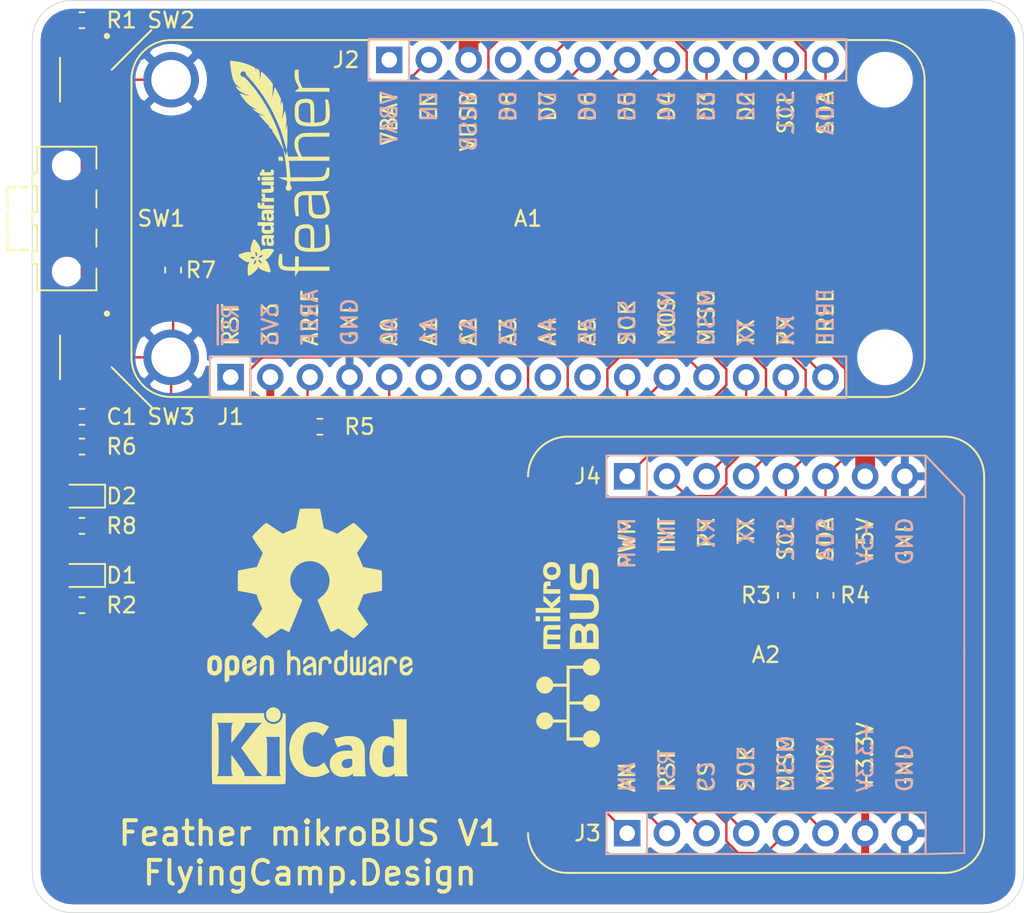
<source format=kicad_pcb>
(kicad_pcb (version 20171130) (host pcbnew "(5.1.5-0-10_14)")
  (layers (0 F.Cu signal) (31 B.Cu signal) (34 B.Paste user) (35 F.Paste user) (36 B.SilkS user) (37 F.SilkS user) (38 B.Mask user) (39 F.Mask user) (44 Edge.Cuts user))
  (net 0 "")
  (net 1 GND)
  (net 2 +3V3)
  (net 3 /SDA)
  (net 4 /SCL)
  (net 5 /FEATHER_RX)
  (net 6 /FEATHER_TX)
  (net 7 /MISO)
  (net 8 /MOSI)
  (net 9 /SCK)
  (net 10 +5V)
  (net 11 /FEATHER_EN)
  (net 12 /FEATHER_FREE)
  (net 13 /MIKROBUS_AN)
  (net 14 /FEATHER_AREF)
  (net 15 /CS)
  (net 16 /MIKROBUS_PWM)
  (net 17 /MIKROBUS_INT)
  (net 18 /~MIKROBUS_RST)
  (net 19 "Net-(R1-Pad2)")
  (net 20 /USER_SW)
  (net 21 /~USER_LED)
  (net 22 "Net-(D1-Pad2)")
  (net 23 "Net-(R7-Pad1)")
  (net 24 "Net-(D2-Pad2)")
  (module Flying_Camp_Design:OSHW-Logo2_14.6x12mm_SilkScreen (layer F.Cu) (at 157.48 124.46)
    (fp_text reference REF** hide)
    (fp_text value OSHW-Logo2_14.6x12mm_SilkScreen hide)
  )
  (module Flying_Camp_Design:KiCad-Logo_5mm_SilkScreen (layer F.Cu) (at 157.48 134.62)
    (fp_text reference REF** hide)
    (fp_text value KiCad-Logo_5mm_SilkScreen hide)
  )
  (module Flying_Camp_Design:mikroBUS_socket_empty (layer F.Cu) (at 186.69 128.27 90)
    (fp_text reference A2 (at 0 0 unlocked) (layer F.SilkS))
    (fp_text value mikroBUS_socket_empty hide)
  )
  (module Flying_Camp_Design:R_0603_1608Metric (layer F.Cu) (at 142.875 120.015 180)
    (fp_text reference R8 (at -2.54 0) (layer F.SilkS))
    (fp_text value RC0603JR-07330RL hide)
    (pad 2 smd roundrect (at 0.7875 0 180) (size 0.875 0.95) (layers F.Cu F.Paste F.Mask) (net 24 "Net-(D2-Pad2)"))
    (pad 1 smd roundrect (at -0.7875 0 180) (size 0.875 0.95) (layers F.Cu F.Paste F.Mask) (net 2 +3V3))
  )
  (module Flying_Camp_Design:LED_0603_1608Metric (layer F.Cu) (at 142.875 118.11 180)
    (fp_text reference D2 (at -2.54 0) (layer F.SilkS))
    (fp_text value LTST-C191KGKT hide)
    (pad 2 smd roundrect (at 0.7875 0 180) (size 0.875 0.95) (layers F.Cu F.Paste F.Mask) (net 24 "Net-(D2-Pad2)"))
    (pad 1 smd roundrect (at -0.7875 0 180) (size 0.875 0.95) (layers F.Cu F.Paste F.Mask) (net 1 GND))
  )
  (module Flying_Camp_Design:C_0603_1608Metric (layer F.Cu) (at 142.875 113.03)
    (fp_text reference C1 (at 2.54 0) (layer F.SilkS))
    (fp_text value GRM188R72A104KA35D hide)
    (pad 2 smd roundrect (at 0.7875 0) (size 0.875 0.95) (layers F.Cu F.Paste F.Mask) (net 1 GND))
    (pad 1 smd roundrect (at -0.7875 0) (size 0.875 0.95) (layers F.Cu F.Paste F.Mask) (net 20 /USER_SW))
  )
  (module Flying_Camp_Design:R_0603_1608Metric (layer F.Cu) (at 148.717 103.632 270)
    (fp_text reference R7 (at 0 -1.778 180) (layer F.SilkS))
    (fp_text value RC0603JR-07100RL hide)
    (pad 2 smd roundrect (at 0.7875 0 270) (size 0.875 0.95) (layers F.Cu F.Paste F.Mask) (net 1 GND))
    (pad 1 smd roundrect (at -0.7875 0 270) (size 0.875 0.95) (layers F.Cu F.Paste F.Mask) (net 23 "Net-(R7-Pad1)"))
  )
  (module Flying_Camp_Design:R_0603_1608Metric (layer F.Cu) (at 142.875 114.935 180)
    (fp_text reference R6 (at -2.54 0) (layer F.SilkS))
    (fp_text value RC0603JR-0710KL hide)
    (pad 2 smd roundrect (at 0.7875 0 180) (size 0.875 0.95) (layers F.Cu F.Paste F.Mask) (net 20 /USER_SW))
    (pad 1 smd roundrect (at -0.7875 0 180) (size 0.875 0.95) (layers F.Cu F.Paste F.Mask) (net 2 +3V3))
  )
  (module Flying_Camp_Design:R_0603_1608Metric (layer F.Cu) (at 142.875 125.095 180)
    (fp_text reference R2 (at -2.54 0) (layer F.SilkS))
    (fp_text value RC0603JR-07330RL hide)
    (pad 2 smd roundrect (at 0.7875 0 180) (size 0.875 0.95) (layers F.Cu F.Paste F.Mask) (net 22 "Net-(D1-Pad2)"))
    (pad 1 smd roundrect (at -0.7875 0 180) (size 0.875 0.95) (layers F.Cu F.Paste F.Mask) (net 2 +3V3))
  )
  (module Flying_Camp_Design:R_0603_1608Metric (layer F.Cu) (at 142.875 87.63)
    (fp_text reference R1 (at 2.54 0) (layer F.SilkS))
    (fp_text value RC0603JR-071KL hide)
    (pad 2 smd roundrect (at 0.7875 0) (size 0.875 0.95) (layers F.Cu F.Paste F.Mask) (net 19 "Net-(R1-Pad2)"))
    (pad 1 smd roundrect (at -0.7875 0) (size 0.875 0.95) (layers F.Cu F.Paste F.Mask) (net 2 +3V3))
  )
  (module Flying_Camp_Design:LED_0603_1608Metric (layer F.Cu) (at 142.875 123.19 180)
    (fp_text reference D1 (at -2.54 0) (layer F.SilkS))
    (fp_text value LTST-C191KGKT hide)
    (pad 2 smd roundrect (at 0.7875 0 180) (size 0.875 0.95) (layers F.Cu F.Paste F.Mask) (net 22 "Net-(D1-Pad2)"))
    (pad 1 smd roundrect (at -0.7875 0 180) (size 0.875 0.95) (layers F.Cu F.Paste F.Mask) (net 21 /~USER_LED))
  )
  (module Flying_Camp_Design:Adafruit_Feather_socket_empty (layer F.Cu) (at 171.45 100.33)
    (fp_text reference A1 (at 0 0 unlocked) (layer F.SilkS))
    (fp_text value Adafruit_Feather_socket_empty hide)
  )
  (module Flying_Camp_Design:KMR421GULCLFS (layer F.Cu) (at 142.875 109.22 270)
    (fp_text reference SW3 (at 3.81 -5.715 180) (layer F.SilkS))
    (fp_text value KMR421GULCLFS hide)
    (pad 4 smd rect (at 2.05 -0.8 270) (size 0.9 1) (layers F.Cu F.Paste F.Mask) (net 1 GND))
    (pad 3 smd rect (at 2.05 0.8 270) (size 0.9 1) (layers F.Cu F.Paste F.Mask) (net 20 /USER_SW))
    (pad 2 smd rect (at -2.05 0.8 270) (size 0.9 1) (layers F.Cu F.Paste F.Mask) (net 20 /USER_SW))
    (pad 1 smd rect (at -2.05 -0.8 270) (size 0.9 1) (layers F.Cu F.Paste F.Mask) (net 1 GND))
    (pad 5 smd rect (at 0 -1.425 270) (size 1.7 0.55) (layers F.Cu F.Paste F.Mask) (net 1 GND))
  )
  (module Flying_Camp_Design:KMR421GULCLFS (layer F.Cu) (at 142.875 91.44 270)
    (fp_text reference SW2 (at -3.81 -5.715 180) (layer F.SilkS))
    (fp_text value KMR421GULCLFS hide)
    (pad 4 smd rect (at 2.05 -0.8 270) (size 0.9 1) (layers F.Cu F.Paste F.Mask) (net 19 "Net-(R1-Pad2)"))
    (pad 3 smd rect (at 2.05 0.8 270) (size 0.9 1) (layers F.Cu F.Paste F.Mask) (net 12 /FEATHER_FREE))
    (pad 2 smd rect (at -2.05 0.8 270) (size 0.9 1) (layers F.Cu F.Paste F.Mask) (net 12 /FEATHER_FREE))
    (pad 1 smd rect (at -2.05 -0.8 270) (size 0.9 1) (layers F.Cu F.Paste F.Mask) (net 19 "Net-(R1-Pad2)"))
    (pad 5 smd rect (at 0 -1.425 270) (size 1.7 0.55) (layers F.Cu F.Paste F.Mask) (net 1 GND))
  )
  (module Flying_Camp_Design:R_0603_1608Metric (layer F.Cu) (at 158.115 113.665 180)
    (fp_text reference R5 (at -2.54 0) (layer F.SilkS))
    (fp_text value RC0603JR-070RL hide)
    (pad 2 smd roundrect (at 0.7875 0 180) (size 0.875 0.95) (layers F.Cu F.Paste F.Mask) (net 14 /FEATHER_AREF))
    (pad 1 smd roundrect (at -0.7875 0 180) (size 0.875 0.95) (layers F.Cu F.Paste F.Mask) (net 2 +3V3))
  )
  (module Flying_Camp_Design:Adafruit_Feather_logo (layer F.Cu) (at 155.575 97.155 90)
    (fp_text reference LOGO3 hide)
    (fp_text value Adafruit_Feather_logo hide)
  )
  (module Flying_Camp_Design:Fiducial_1mm_Mask2mm (layer F.Cu) (at 142.24 142.24)
    (fp_text reference FID3 hide)
    (fp_text value Fiducial_1mm_Mask2mm hide)
    (pad "" smd circle (at 0 0) (size 1 1) (layers F.Cu F.Mask) (clearance 0.5))
  )
  (module Flying_Camp_Design:Fiducial_1mm_Mask2mm (layer F.Cu) (at 200.66 142.24)
    (fp_text reference FID2 hide)
    (fp_text value Fiducial_1mm_Mask2mm hide)
    (pad "" smd circle (at 0 0) (size 1 1) (layers F.Cu F.Mask) (clearance 0.5))
  )
  (module Flying_Camp_Design:Fiducial_1mm_Mask2mm (layer F.Cu) (at 200.66 88.9)
    (fp_text reference FID1 hide)
    (fp_text value Fiducial_1mm_Mask2mm hide)
    (pad "" smd circle (at 0 0) (size 1 1) (layers F.Cu F.Mask) (clearance 0.5))
  )
  (module Flying_Camp_Design:mikroBUS-Logo_11.9x4.1mm_SilkScreen (layer F.Cu) (at 186.69 128.27 90)
    (fp_text reference LOGO1 hide)
    (fp_text value mikroBUS_logo hide)
  )
  (module Flying_Camp_Design:R_0603_1608Metric (layer F.Cu) (at 190.5 124.46 90)
    (fp_text reference R4 (at 0 1.905 180) (layer F.SilkS))
    (fp_text value RC0603JR-074K7L hide)
    (pad 2 smd roundrect (at 0.7875 0 90) (size 0.875 0.95) (layers F.Cu F.Paste F.Mask) (net 3 /SDA))
    (pad 1 smd roundrect (at -0.7875 0 90) (size 0.875 0.95) (layers F.Cu F.Paste F.Mask) (net 2 +3V3))
  )
  (module Flying_Camp_Design:R_0603_1608Metric (layer F.Cu) (at 187.96 124.46 90)
    (fp_text reference R3 (at 0 -1.905 180) (layer F.SilkS))
    (fp_text value RC0603JR-074K7L hide)
    (pad 2 smd roundrect (at 0.7875 0 90) (size 0.875 0.95) (layers F.Cu F.Paste F.Mask) (net 4 /SCL))
    (pad 1 smd roundrect (at -0.7875 0 90) (size 0.875 0.95) (layers F.Cu F.Paste F.Mask) (net 2 +3V3))
  )
  (module Flying_Camp_Design:Adafruit_Feather_socket_header_left_pth (layer F.Cu) (at 171.45 100.33 90)
    (fp_text reference J1 (at -12.7 -19.05 unlocked) (layer F.SilkS))
    (fp_text value PinSocket_1x16_P2.54mm_Vertical hide)
    (fp_text user FREE (at -8.255 19.05 90 unlocked) (layer B.SilkS) (effects (justify right mirror)))
    (fp_text user RX (at -8.255 16.51 90 unlocked) (layer B.SilkS) (effects (justify right mirror)))
    (fp_text user TX (at -8.255 13.97 90 unlocked) (layer B.SilkS) (effects (justify right mirror)))
    (fp_text user MISO (at -8.255 11.43 90 unlocked) (layer B.SilkS) (effects (justify right mirror)))
    (fp_text user MOSI (at -8.255 8.89 90 unlocked) (layer B.SilkS) (effects (justify right mirror)))
    (fp_text user SCK (at -8.255 6.35 90 unlocked) (layer B.SilkS) (effects (justify right mirror)))
    (fp_text user A5 (at -8.255 3.81 90 unlocked) (layer B.SilkS) (effects (justify right mirror)))
    (fp_text user A4 (at -8.255 1.27 90 unlocked) (layer B.SilkS) (effects (justify right mirror)))
    (fp_text user A3 (at -8.255 -1.27 90 unlocked) (layer B.SilkS) (effects (justify right mirror)))
    (fp_text user A2 (at -8.255 -3.81 90 unlocked) (layer B.SilkS) (effects (justify right mirror)))
    (fp_text user A1 (at -8.255 -6.35 90 unlocked) (layer B.SilkS) (effects (justify right mirror)))
    (fp_text user A0 (at -8.255 -8.89 90 unlocked) (layer B.SilkS) (effects (justify right mirror)))
    (fp_text user GND (at -8.255 -11.43 90 unlocked) (layer B.SilkS) (effects (justify right mirror)))
    (fp_text user AREF (at -8.255 -13.97 90 unlocked) (layer B.SilkS) (effects (justify right mirror)))
    (fp_text user 3V3 (at -8.255 -16.51 90 unlocked) (layer B.SilkS) (effects (justify right mirror)))
    (fp_text user ~RST (at -8.255 -19.05 90 unlocked) (layer B.SilkS) (effects (justify right mirror)))
    (fp_text user SCK (at -8.255 6.35 90 unlocked) (layer F.SilkS) (effects (justify left)))
    (fp_text user A5 (at -8.255 3.81 90 unlocked) (layer F.SilkS) (effects (justify left)))
    (fp_text user FREE (at -8.255 19.05 90 unlocked) (layer F.SilkS) (effects (justify left)))
    (fp_text user TX (at -8.255 13.97 90 unlocked) (layer F.SilkS) (effects (justify left)))
    (fp_text user MISO (at -8.255 11.43 90 unlocked) (layer F.SilkS) (effects (justify left)))
    (fp_text user RX (at -8.255 16.51 90 unlocked) (layer F.SilkS) (effects (justify left)))
    (fp_text user MOSI (at -8.255 8.89 90 unlocked) (layer F.SilkS) (effects (justify left)))
    (fp_text user AREF (at -8.255 -13.97 90 unlocked) (layer F.SilkS) (effects (justify left)))
    (fp_text user A3 (at -8.255 -1.27 90 unlocked) (layer F.SilkS) (effects (justify left)))
    (fp_text user GND (at -8.255 -11.43 90 unlocked) (layer F.SilkS) (effects (justify left)))
    (fp_text user A0 (at -8.255 -8.89 90 unlocked) (layer F.SilkS) (effects (justify left)))
    (fp_text user A4 (at -8.255 1.27 90 unlocked) (layer F.SilkS) (effects (justify left)))
    (fp_text user 3V3 (at -8.255 -16.51 90 unlocked) (layer F.SilkS) (effects (justify left)))
    (fp_text user ~RST (at -8.255 -19.05 90 unlocked) (layer F.SilkS) (effects (justify left)))
    (fp_text user A1 (at -8.255 -6.35 90 unlocked) (layer F.SilkS) (effects (justify left)))
    (fp_text user A2 (at -8.255 -3.81 90 unlocked) (layer F.SilkS) (effects (justify left)))
    (pad FREE thru_hole oval (at -10.16 19.05 90) (size 1.7 1.7) (drill 1) (layers *.Cu *.Mask) (net 12 /FEATHER_FREE))
    (pad RX thru_hole oval (at -10.16 16.51 90) (size 1.7 1.7) (drill 1) (layers *.Cu *.Mask) (net 5 /FEATHER_RX))
    (pad TX thru_hole oval (at -10.16 13.97 90) (size 1.7 1.7) (drill 1) (layers *.Cu *.Mask) (net 6 /FEATHER_TX))
    (pad MISO thru_hole oval (at -10.16 11.43 90) (size 1.7 1.7) (drill 1) (layers *.Cu *.Mask) (net 7 /MISO))
    (pad MOSI thru_hole oval (at -10.16 8.89 90) (size 1.7 1.7) (drill 1) (layers *.Cu *.Mask) (net 8 /MOSI))
    (pad SCK thru_hole oval (at -10.16 6.35 90) (size 1.7 1.7) (drill 1) (layers *.Cu *.Mask) (net 9 /SCK))
    (pad A5 thru_hole oval (at -10.16 3.81 90) (size 1.7 1.7) (drill 1) (layers *.Cu *.Mask))
    (pad A4 thru_hole oval (at -10.16 1.27 90) (size 1.7 1.7) (drill 1) (layers *.Cu *.Mask))
    (pad A3 thru_hole oval (at -10.16 -1.27 90) (size 1.7 1.7) (drill 1) (layers *.Cu *.Mask))
    (pad A2 thru_hole oval (at -10.16 -3.81 90) (size 1.7 1.7) (drill 1) (layers *.Cu *.Mask))
    (pad A1 thru_hole oval (at -10.16 -6.35 90) (size 1.7 1.7) (drill 1) (layers *.Cu *.Mask))
    (pad A0 thru_hole oval (at -10.16 -8.89 90) (size 1.7 1.7) (drill 1) (layers *.Cu *.Mask) (net 13 /MIKROBUS_AN))
    (pad GND thru_hole oval (at -10.16 -11.43 90) (size 1.7 1.7) (drill 1) (layers *.Cu *.Mask) (net 1 GND))
    (pad AREF thru_hole oval (at -10.16 -13.97 90) (size 1.7 1.7) (drill 1) (layers *.Cu *.Mask) (net 14 /FEATHER_AREF))
    (pad 3V3 thru_hole oval (at -10.16 -16.51 90) (size 1.7 1.7) (drill 1) (layers *.Cu *.Mask) (net 2 +3V3))
    (pad ~RST thru_hole rect (at -10.16 -19.05 90) (size 1.7 1.7) (drill 1) (layers *.Cu *.Mask))
  )
  (module Flying_Camp_Design:Adafruit_Feather_socket_header_right_pth (layer F.Cu) (at 171.45 100.33 90)
    (fp_text reference J2 (at 10.16 -11.66 unlocked) (layer F.SilkS))
    (fp_text value PinSocket_1x12_P2.54mm_Vertical hide)
    (fp_text user SDA (at 8.255 19.05 90 unlocked) (layer B.SilkS) (effects (justify left mirror)))
    (fp_text user SCL (at 8.255 16.51 90 unlocked) (layer B.SilkS) (effects (justify left mirror)))
    (fp_text user D2 (at 8.255 13.97 90 unlocked) (layer B.SilkS) (effects (justify left mirror)))
    (fp_text user D3 (at 8.255 11.43 90 unlocked) (layer B.SilkS) (effects (justify left mirror)))
    (fp_text user D4 (at 8.255 8.89 90 unlocked) (layer B.SilkS) (effects (justify left mirror)))
    (fp_text user D5 (at 8.255 6.35 90 unlocked) (layer B.SilkS) (effects (justify left mirror)))
    (fp_text user D6 (at 8.255 3.81 90 unlocked) (layer B.SilkS) (effects (justify left mirror)))
    (fp_text user D7 (at 8.255 1.27 90 unlocked) (layer B.SilkS) (effects (justify left mirror)))
    (fp_text user D8 (at 8.255 -1.27 90 unlocked) (layer B.SilkS) (effects (justify left mirror)))
    (fp_text user VUSB (at 8.255 -3.81 90 unlocked) (layer B.SilkS) (effects (justify left mirror)))
    (fp_text user EN (at 8.255 -6.35 90 unlocked) (layer B.SilkS) (effects (justify left mirror)))
    (fp_text user VBAT (at 8.255 -8.89 90 unlocked) (layer B.SilkS) (effects (justify left mirror)))
    (fp_text user D3 (at 8.255 11.43 90 unlocked) (layer F.SilkS) (effects (justify right)))
    (fp_text user D2 (at 8.255 13.97 90 unlocked) (layer F.SilkS) (effects (justify right)))
    (fp_text user D4 (at 8.255 8.89 90 unlocked) (layer F.SilkS) (effects (justify right)))
    (fp_text user SDA (at 8.255 19.05 90 unlocked) (layer F.SilkS) (effects (justify right)))
    (fp_text user EN (at 8.255 -6.35 90 unlocked) (layer F.SilkS) (effects (justify right)))
    (fp_text user D5 (at 8.255 6.35 90 unlocked) (layer F.SilkS) (effects (justify right)))
    (fp_text user D7 (at 8.255 1.27 90 unlocked) (layer F.SilkS) (effects (justify right)))
    (fp_text user SCL (at 8.255 16.51 90 unlocked) (layer F.SilkS) (effects (justify right)))
    (fp_text user D6 (at 8.255 3.81 90 unlocked) (layer F.SilkS) (effects (justify right)))
    (fp_text user VUSB (at 8.255 -3.81 90 unlocked) (layer F.SilkS) (effects (justify right)))
    (fp_text user D8 (at 8.255 -1.27 90 unlocked) (layer F.SilkS) (effects (justify right)))
    (fp_text user VBAT (at 8.255 -8.89 90 unlocked) (layer F.SilkS) (effects (justify right)))
    (pad SDA thru_hole oval (at 10.16 19.05 90) (size 1.7 1.7) (drill 1) (layers *.Cu *.Mask) (net 3 /SDA))
    (pad SCL thru_hole oval (at 10.16 16.51 90) (size 1.7 1.7) (drill 1) (layers *.Cu *.Mask) (net 4 /SCL))
    (pad D2 thru_hole oval (at 10.16 13.97 90) (size 1.7 1.7) (drill 1) (layers *.Cu *.Mask) (net 17 /MIKROBUS_INT))
    (pad D3 thru_hole oval (at 10.16 11.43 90) (size 1.7 1.7) (drill 1) (layers *.Cu *.Mask) (net 16 /MIKROBUS_PWM))
    (pad D4 thru_hole oval (at 10.16 8.89 90) (size 1.7 1.7) (drill 1) (layers *.Cu *.Mask) (net 18 /~MIKROBUS_RST))
    (pad D5 thru_hole oval (at 10.16 6.35 90) (size 1.7 1.7) (drill 1) (layers *.Cu *.Mask) (net 21 /~USER_LED))
    (pad D6 thru_hole oval (at 10.16 3.81 90) (size 1.7 1.7) (drill 1) (layers *.Cu *.Mask) (net 20 /USER_SW))
    (pad D7 thru_hole oval (at 10.16 1.27 90) (size 1.7 1.7) (drill 1) (layers *.Cu *.Mask) (net 15 /CS))
    (pad D8 thru_hole oval (at 10.16 -1.27 90) (size 1.7 1.7) (drill 1) (layers *.Cu *.Mask))
    (pad VUSB thru_hole oval (at 10.16 -3.81 90) (size 1.7 1.7) (drill 1) (layers *.Cu *.Mask) (net 10 +5V))
    (pad EN thru_hole oval (at 10.16 -6.35 90) (size 1.7 1.7) (drill 1) (layers *.Cu *.Mask) (net 11 /FEATHER_EN))
    (pad VBAT thru_hole rect (at 10.16 -8.89 90) (size 1.7 1.7) (drill 1) (layers *.Cu *.Mask))
  )
  (module Flying_Camp_Design:JS102011SAQN (layer F.Cu) (at 141.90472 100.33 270)
    (fp_text reference SW1 (at 0 -6.05028 180) (layer F.SilkS))
    (fp_text value JS102011SAQN hide)
    (pad "" np_thru_hole circle (at 3.4 0 270) (size 0.9 0.9) (drill 0.9) (layers *.Cu *.Mask))
    (pad "" np_thru_hole circle (at -3.4 0 270) (size 0.9 0.9) (drill 0.9) (layers *.Cu *.Mask))
    (pad 3 smd rect (at 2.5 -2.75 270) (size 1.25 2.5) (layers F.Cu F.Paste F.Mask) (net 23 "Net-(R7-Pad1)"))
    (pad 2 smd rect (at 0 -2.75 270) (size 1.25 2.5) (layers F.Cu F.Paste F.Mask) (net 11 /FEATHER_EN))
    (pad 1 smd rect (at -2.5 -2.75 270) (size 1.25 2.5) (layers F.Cu F.Paste F.Mask))
  )
  (module Flying_Camp_Design:mikroBUS_socket_header_right_pth (layer F.Cu) (at 186.69 128.27 90)
    (fp_text reference J4 (at 11.43 -11.43 unlocked) (layer F.SilkS))
    (fp_text value mikroBUS_socket_header_right_pth hide)
    (fp_text user GND (at 8.89 8.89 90 unlocked) (layer B.SilkS) (effects (justify left mirror)))
    (fp_text user +5V (at 8.89 6.35 90 unlocked) (layer B.SilkS) (effects (justify left mirror)))
    (fp_text user SDA (at 8.89 3.81 90 unlocked) (layer B.SilkS) (effects (justify left mirror)))
    (fp_text user SCL (at 8.89 1.27 90 unlocked) (layer B.SilkS) (effects (justify left mirror)))
    (fp_text user TX (at 8.89 -1.27 90 unlocked) (layer B.SilkS) (effects (justify left mirror)))
    (fp_text user RX (at 8.89 -3.81 90 unlocked) (layer B.SilkS) (effects (justify left mirror)))
    (fp_text user INT (at 8.89 -6.35 90 unlocked) (layer B.SilkS) (effects (justify left mirror)))
    (fp_text user PWM (at 8.89 -8.89 90 unlocked) (layer B.SilkS) (effects (justify left mirror)))
    (fp_text user GND (at 8.89 8.89 90 unlocked) (layer F.SilkS) (effects (justify right)))
    (fp_text user +5V (at 8.89 6.35 90 unlocked) (layer F.SilkS) (effects (justify right)))
    (fp_text user SDA (at 8.89 3.81 90 unlocked) (layer F.SilkS) (effects (justify right)))
    (fp_text user SCL (at 8.89 1.27 90 unlocked) (layer F.SilkS) (effects (justify right)))
    (fp_text user TX (at 8.89 -1.27 90 unlocked) (layer F.SilkS) (effects (justify right)))
    (fp_text user RX (at 8.89 -3.81 90 unlocked) (layer F.SilkS) (effects (justify right)))
    (fp_text user INT (at 8.89 -6.35 90 unlocked) (layer F.SilkS) (effects (justify right)))
    (fp_text user PWM (at 8.89 -8.89 90 unlocked) (layer F.SilkS) (effects (justify right)))
    (pad GND thru_hole oval (at 11.43 8.89 90) (size 1.7 1.7) (drill 1) (layers *.Cu *.Mask) (net 1 GND))
    (pad +5V thru_hole oval (at 11.43 6.35 90) (size 1.7 1.7) (drill 1) (layers *.Cu *.Mask) (net 10 +5V))
    (pad SDA thru_hole oval (at 11.43 3.81 90) (size 1.7 1.7) (drill 1) (layers *.Cu *.Mask) (net 3 /SDA))
    (pad SCL thru_hole oval (at 11.43 1.27 90) (size 1.7 1.7) (drill 1) (layers *.Cu *.Mask) (net 4 /SCL))
    (pad TX thru_hole oval (at 11.43 -1.27 90) (size 1.7 1.7) (drill 1) (layers *.Cu *.Mask) (net 5 /FEATHER_RX))
    (pad RX thru_hole oval (at 11.43 -3.81 90) (size 1.7 1.7) (drill 1) (layers *.Cu *.Mask) (net 6 /FEATHER_TX))
    (pad INT thru_hole oval (at 11.43 -6.35 90) (size 1.7 1.7) (drill 1) (layers *.Cu *.Mask) (net 17 /MIKROBUS_INT))
    (pad PWM thru_hole rect (at 11.43 -8.89 90) (size 1.7 1.7) (drill 1) (layers *.Cu *.Mask) (net 16 /MIKROBUS_PWM))
  )
  (module Flying_Camp_Design:mikroBUS_socket_header_left_pth (layer F.Cu) (at 186.69 128.27 90)
    (fp_text reference J3 (at -11.43 -11.43 unlocked) (layer F.SilkS))
    (fp_text value mikroBUS_socket_header_left_pth hide)
    (fp_text user GND (at -8.89 8.89 90 unlocked) (layer B.SilkS) (effects (justify right mirror)))
    (fp_text user +3.3V (at -8.89 6.35 90 unlocked) (layer B.SilkS) (effects (justify right mirror)))
    (fp_text user MOSI (at -8.89 3.81 90 unlocked) (layer B.SilkS) (effects (justify right mirror)))
    (fp_text user MISO (at -8.89 1.27 90 unlocked) (layer B.SilkS) (effects (justify right mirror)))
    (fp_text user SCK (at -8.89 -1.27 90 unlocked) (layer B.SilkS) (effects (justify right mirror)))
    (fp_text user CS (at -8.89 -3.81 90 unlocked) (layer B.SilkS) (effects (justify right mirror)))
    (fp_text user RST (at -8.89 -6.35 90 unlocked) (layer B.SilkS) (effects (justify right mirror)))
    (fp_text user AN (at -8.89 -8.89 90 unlocked) (layer B.SilkS) (effects (justify right mirror)))
    (fp_text user GND (at -8.89 8.89 90 unlocked) (layer F.SilkS) (effects (justify left)))
    (fp_text user +3.3V (at -8.89 6.35 90 unlocked) (layer F.SilkS) (effects (justify left)))
    (fp_text user MOSI (at -8.89 3.81 90 unlocked) (layer F.SilkS) (effects (justify left)))
    (fp_text user MISO (at -8.89 1.27 90 unlocked) (layer F.SilkS) (effects (justify left)))
    (fp_text user SCK (at -8.89 -1.27 90 unlocked) (layer F.SilkS) (effects (justify left)))
    (fp_text user CS (at -8.89 -3.81 90 unlocked) (layer F.SilkS) (effects (justify left)))
    (fp_text user RST (at -8.89 -6.35 90 unlocked) (layer F.SilkS) (effects (justify left)))
    (fp_text user AN (at -8.89 -8.89 90 unlocked) (layer F.SilkS) (effects (justify left)))
    (pad GND thru_hole oval (at -11.43 8.89 90) (size 1.7 1.7) (drill 1) (layers *.Cu *.Mask) (net 1 GND))
    (pad +3.3V thru_hole oval (at -11.43 6.35 90) (size 1.7 1.7) (drill 1) (layers *.Cu *.Mask) (net 2 +3V3))
    (pad MOSI thru_hole oval (at -11.43 3.81 90) (size 1.7 1.7) (drill 1) (layers *.Cu *.Mask) (net 8 /MOSI))
    (pad MISO thru_hole oval (at -11.43 1.27 90) (size 1.7 1.7) (drill 1) (layers *.Cu *.Mask) (net 7 /MISO))
    (pad SCK thru_hole oval (at -11.43 -1.27 90) (size 1.7 1.7) (drill 1) (layers *.Cu *.Mask) (net 9 /SCK))
    (pad CS thru_hole oval (at -11.43 -3.81 90) (size 1.7 1.7) (drill 1) (layers *.Cu *.Mask) (net 15 /CS))
    (pad RST thru_hole oval (at -11.43 -6.35 90) (size 1.7 1.7) (drill 1) (layers *.Cu *.Mask) (net 18 /~MIKROBUS_RST))
    (pad AN thru_hole rect (at -11.43 -8.89 90) (size 1.7 1.7) (drill 1) (layers *.Cu *.Mask) (net 13 /MIKROBUS_AN))
  )
  (module Flying_Camp_Design:Adafruit_Feather_socket_mounting_holes (layer F.Cu) (at 171.45 100.33)
    (fp_text reference MH1 hide)
    (fp_text value Adafruit_Feather_socket_mounting_holes hide)
    (pad MH1 thru_hole circle (at -22.86 8.89) (size 3.556 3.556) (drill 2.54) (layers *.Cu *.Mask) (net 1 GND))
    (pad MH2 thru_hole circle (at -22.86 -8.89) (size 3.556 3.556) (drill 2.54) (layers *.Cu *.Mask) (net 1 GND))
    (pad "" np_thru_hole circle (at 22.86 -8.89) (size 2.54 2.54) (drill 2.54) (layers *.Cu *.Mask))
    (pad "" np_thru_hole circle (at 22.86 8.89) (size 2.54 2.54) (drill 2.54) (layers *.Cu *.Mask))
  )
  (gr_text "Feather mikroBUS V1" (at 157.48 139.7) (layer F.SilkS) (effects (font (size 1.524 1.524) (thickness 0.254))))
  (gr_text FlyingCamp.Design (at 157.48 142.24) (layer F.SilkS) (effects (font (size 1.524 1.524) (thickness 0.254))))
  (gr_line (start 147.32 112.395) (end 144.78 109.855) (layer F.SilkS) (width 0.127))
  (gr_line (start 147.32 88.265) (end 144.78 90.805) (layer F.SilkS) (width 0.127))
  (gr_arc (start 142.24 88.9) (end 142.24 86.36) (angle -90) (layer Edge.Cuts) (width 0.0508))
  (gr_arc (start 142.24 142.24) (end 139.7 142.24) (angle -90) (layer Edge.Cuts) (width 0.0508))
  (gr_arc (start 200.66 142.24) (end 200.66 144.78) (angle -90) (layer Edge.Cuts) (width 0.0508))
  (gr_arc (start 200.66 88.9) (end 203.2 88.9) (angle -90) (layer Edge.Cuts) (width 0.0508))
  (gr_line (start 200.66 86.36) (end 142.24 86.36) (layer Edge.Cuts) (width 0.05))
  (gr_line (start 203.2 142.24) (end 203.2 88.9) (layer Edge.Cuts) (width 0.05))
  (gr_line (start 142.24 144.78) (end 200.66 144.78) (layer Edge.Cuts) (width 0.05))
  (gr_line (start 139.7 88.9) (end 139.7 142.24) (layer Edge.Cuts) (width 0.05))
  (segment (start 144.3 91.44) (end 148.59 91.44) (width 0.1524) (layer F.Cu) (net 1))
  (segment (start 148.7425 109.0675) (end 148.59 109.22) (width 0.1524) (layer F.Cu) (net 1))
  (segment (start 144.3 109.22) (end 148.59 109.22) (width 0.1524) (layer F.Cu) (net 1))
  (segment (start 145.415 118.11) (end 148.59 114.935) (width 0.1524) (layer F.Cu) (net 1))
  (segment (start 148.59 111.734471) (end 148.59 109.22) (width 0.1524) (layer F.Cu) (net 1))
  (segment (start 148.59 114.935) (end 148.59 111.734471) (width 0.1524) (layer F.Cu) (net 1))
  (segment (start 143.6625 118.11) (end 145.415 118.11) (width 0.1524) (layer F.Cu) (net 1))
  (segment (start 143.6625 111.2825) (end 143.675 111.27) (width 0.1524) (layer F.Cu) (net 1))
  (segment (start 143.6625 113.03) (end 143.6625 111.2825) (width 0.1524) (layer F.Cu) (net 1))
  (segment (start 148.717 109.093) (end 148.59 109.22) (width 0.1524) (layer F.Cu) (net 1))
  (segment (start 148.717 104.4195) (end 148.717 109.093) (width 0.1524) (layer F.Cu) (net 1))
  (segment (start 143.746 111.27) (end 143.675 111.27) (width 0.1524) (layer F.Cu) (net 1))
  (segment (start 144.3 110.716) (end 143.746 111.27) (width 0.1524) (layer F.Cu) (net 1))
  (segment (start 144.3 109.22) (end 144.3 110.716) (width 0.1524) (layer F.Cu) (net 1))
  (segment (start 143.774 107.17) (end 143.675 107.17) (width 0.1524) (layer F.Cu) (net 1))
  (segment (start 144.3 107.696) (end 143.774 107.17) (width 0.1524) (layer F.Cu) (net 1))
  (segment (start 144.3 109.22) (end 144.3 107.696) (width 0.1524) (layer F.Cu) (net 1))
  (segment (start 190.5 116.84) (end 190.5 123.6725) (width 0.1524) (layer F.Cu) (net 3))
  (segment (start 191.77 115.57) (end 190.5 116.84) (width 0.1524) (layer F.Cu) (net 3))
  (segment (start 191.77 109.982) (end 191.77 115.57) (width 0.1524) (layer F.Cu) (net 3))
  (segment (start 190.5 108.712) (end 191.77 109.982) (width 0.1524) (layer F.Cu) (net 3))
  (segment (start 190.5 90.17) (end 190.5 108.712) (width 0.1524) (layer F.Cu) (net 3))
  (segment (start 187.96 116.84) (end 187.96 123.6725) (width 0.1524) (layer F.Cu) (net 4))
  (segment (start 189.23 115.57) (end 187.96 116.84) (width 0.1524) (layer F.Cu) (net 4))
  (segment (start 189.23 110.0455) (end 189.23 115.57) (width 0.1524) (layer F.Cu) (net 4))
  (segment (start 187.96 108.7755) (end 189.23 110.0455) (width 0.1524) (layer F.Cu) (net 4))
  (segment (start 187.96 90.17) (end 187.96 108.7755) (width 0.1524) (layer F.Cu) (net 4))
  (segment (start 187.96 114.3) (end 187.96 110.49) (width 0.1524) (layer F.Cu) (net 5))
  (segment (start 185.42 116.84) (end 187.96 114.3) (width 0.1524) (layer F.Cu) (net 5))
  (segment (start 185.42 114.3) (end 185.42 110.49) (width 0.1524) (layer F.Cu) (net 6))
  (segment (start 182.88 116.84) (end 185.42 114.3) (width 0.1524) (layer F.Cu) (net 6))
  (segment (start 181.61 109.22) (end 182.88 110.49) (width 0.1524) (layer F.Cu) (net 7))
  (segment (start 176.53 112.395) (end 176.53 109.982) (width 0.1524) (layer F.Cu) (net 7))
  (segment (start 174.625 114.3) (end 176.53 112.395) (width 0.1524) (layer F.Cu) (net 7))
  (segment (start 174.625 129.54) (end 174.625 114.3) (width 0.1524) (layer F.Cu) (net 7))
  (segment (start 184.15 139.065) (end 174.625 129.54) (width 0.1524) (layer F.Cu) (net 7))
  (segment (start 177.292 109.22) (end 181.61 109.22) (width 0.1524) (layer F.Cu) (net 7))
  (segment (start 184.15 140.208) (end 184.15 139.065) (width 0.1524) (layer F.Cu) (net 7))
  (segment (start 184.912 140.97) (end 184.15 140.208) (width 0.1524) (layer F.Cu) (net 7))
  (segment (start 186.69 140.97) (end 184.912 140.97) (width 0.1524) (layer F.Cu) (net 7))
  (segment (start 176.53 109.982) (end 177.292 109.22) (width 0.1524) (layer F.Cu) (net 7))
  (segment (start 187.96 139.7) (end 186.69 140.97) (width 0.1524) (layer F.Cu) (net 7))
  (segment (start 175.895 114.935) (end 180.34 110.49) (width 0.1524) (layer F.Cu) (net 8))
  (segment (start 175.895 125.095) (end 175.895 114.935) (width 0.1524) (layer F.Cu) (net 8))
  (segment (start 190.5 139.7) (end 175.895 125.095) (width 0.1524) (layer F.Cu) (net 8))
  (segment (start 177.8 112.141) (end 177.8 110.49) (width 0.1524) (layer F.Cu) (net 9))
  (segment (start 175.26 129.54) (end 175.26 114.681) (width 0.1524) (layer F.Cu) (net 9))
  (segment (start 175.26 114.681) (end 177.8 112.141) (width 0.1524) (layer F.Cu) (net 9))
  (segment (start 185.42 139.7) (end 175.26 129.54) (width 0.1524) (layer F.Cu) (net 9))
  (segment (start 193.04 114.935) (end 193.04 116.84) (width 1.27) (layer F.Cu) (net 10))
  (segment (start 194.945 113.03) (end 193.04 114.935) (width 1.27) (layer F.Cu) (net 10))
  (segment (start 198.755 113.03) (end 194.945 113.03) (width 1.27) (layer F.Cu) (net 10))
  (segment (start 168.91 87.63) (end 196.215 87.63) (width 1.27) (layer F.Cu) (net 10))
  (segment (start 201.295 92.71) (end 201.295 110.49) (width 1.27) (layer F.Cu) (net 10))
  (segment (start 167.64 90.17) (end 167.64 88.9) (width 1.27) (layer F.Cu) (net 10))
  (segment (start 196.215 87.63) (end 201.295 92.71) (width 1.27) (layer F.Cu) (net 10))
  (segment (start 201.295 110.49) (end 198.755 113.03) (width 1.27) (layer F.Cu) (net 10))
  (segment (start 167.64 88.9) (end 168.91 87.63) (width 1.27) (layer F.Cu) (net 10))
  (segment (start 154.94 100.33) (end 165.1 90.17) (width 0.1524) (layer F.Cu) (net 11))
  (segment (start 144.65472 100.33) (end 154.94 100.33) (width 0.1524) (layer F.Cu) (net 11))
  (segment (start 142.075 89.39) (end 142.075 93.49) (width 0.1524) (layer F.Cu) (net 12))
  (segment (start 168.91 89.535) (end 168.91 91.44) (width 0.1524) (layer F.Cu) (net 12))
  (segment (start 142.875 95.25) (end 142.075 94.45) (width 0.1524) (layer F.Cu) (net 12))
  (segment (start 142.875 100.965) (end 142.875 95.25) (width 0.1524) (layer F.Cu) (net 12))
  (segment (start 188.087 88.519) (end 169.926 88.519) (width 0.1524) (layer F.Cu) (net 12))
  (segment (start 143.256 101.346) (end 142.875 100.965) (width 0.1524) (layer F.Cu) (net 12))
  (segment (start 168.91 91.44) (end 159.004 101.346) (width 0.1524) (layer F.Cu) (net 12))
  (segment (start 169.926 88.519) (end 168.91 89.535) (width 0.1524) (layer F.Cu) (net 12))
  (segment (start 189.23 109.22) (end 189.23 89.662) (width 0.1524) (layer F.Cu) (net 12))
  (segment (start 159.004 101.346) (end 143.256 101.346) (width 0.1524) (layer F.Cu) (net 12))
  (segment (start 142.075 94.45) (end 142.075 93.49) (width 0.1524) (layer F.Cu) (net 12))
  (segment (start 189.23 89.662) (end 188.087 88.519) (width 0.1524) (layer F.Cu) (net 12))
  (segment (start 190.5 110.49) (end 189.23 109.22) (width 0.1524) (layer F.Cu) (net 12))
  (segment (start 162.56 111.692081) (end 162.56 110.49) (width 0.1524) (layer F.Cu) (net 13))
  (segment (start 162.56 124.46) (end 162.56 111.692081) (width 0.1524) (layer F.Cu) (net 13))
  (segment (start 177.8 139.7) (end 162.56 124.46) (width 0.1524) (layer F.Cu) (net 13))
  (segment (start 157.3275 110.6425) (end 157.48 110.49) (width 0.1524) (layer F.Cu) (net 14))
  (segment (start 157.3275 113.665) (end 157.3275 110.6425) (width 0.1524) (layer F.Cu) (net 14))
  (segment (start 173.99 130.81) (end 182.88 139.7) (width 0.1524) (layer F.Cu) (net 15))
  (segment (start 173.99 100.33) (end 173.99 130.81) (width 0.1524) (layer F.Cu) (net 15))
  (segment (start 172.72 90.17) (end 173.99 88.9) (width 0.1524) (layer F.Cu) (net 15))
  (segment (start 173.99 88.9) (end 180.848 88.9) (width 0.1524) (layer F.Cu) (net 15))
  (segment (start 181.61 92.71) (end 173.99 100.33) (width 0.1524) (layer F.Cu) (net 15))
  (segment (start 180.848 88.9) (end 181.61 89.662) (width 0.1524) (layer F.Cu) (net 15))
  (segment (start 181.61 89.662) (end 181.61 92.71) (width 0.1524) (layer F.Cu) (net 15))
  (segment (start 183.388 111.76) (end 182.88 111.76) (width 0.1524) (layer F.Cu) (net 16))
  (segment (start 184.15 110.998) (end 183.388 111.76) (width 0.1524) (layer F.Cu) (net 16))
  (segment (start 182.88 111.76) (end 177.8 116.84) (width 0.1524) (layer F.Cu) (net 16))
  (segment (start 184.15 109.982) (end 184.15 110.998) (width 0.1524) (layer F.Cu) (net 16))
  (segment (start 182.88 108.712) (end 184.15 109.982) (width 0.1524) (layer F.Cu) (net 16))
  (segment (start 182.88 90.17) (end 182.88 108.712) (width 0.1524) (layer F.Cu) (net 16))
  (segment (start 181.61 118.11) (end 180.34 116.84) (width 0.1524) (layer F.Cu) (net 17))
  (segment (start 186.69 113.792) (end 184.15 116.332) (width 0.1524) (layer F.Cu) (net 17))
  (segment (start 183.388 118.11) (end 181.61 118.11) (width 0.1524) (layer F.Cu) (net 17))
  (segment (start 185.42 108.712) (end 186.69 109.982) (width 0.1524) (layer F.Cu) (net 17))
  (segment (start 184.15 116.332) (end 184.15 117.348) (width 0.1524) (layer F.Cu) (net 17))
  (segment (start 186.69 109.982) (end 186.69 113.792) (width 0.1524) (layer F.Cu) (net 17))
  (segment (start 184.15 117.348) (end 183.388 118.11) (width 0.1524) (layer F.Cu) (net 17))
  (segment (start 185.42 90.17) (end 185.42 108.712) (width 0.1524) (layer F.Cu) (net 17))
  (segment (start 171.45 130.81) (end 180.34 139.7) (width 0.1524) (layer F.Cu) (net 18))
  (segment (start 171.45 99.06) (end 171.45 130.81) (width 0.1524) (layer F.Cu) (net 18))
  (segment (start 180.34 90.17) (end 171.45 99.06) (width 0.1524) (layer F.Cu) (net 18))
  (segment (start 143.6625 89.3775) (end 143.675 89.39) (width 0.1524) (layer F.Cu) (net 19))
  (segment (start 143.6625 87.63) (end 143.6625 89.3775) (width 0.1524) (layer F.Cu) (net 19))
  (segment (start 143.675 89.39) (end 143.675 93.49) (width 0.1524) (layer F.Cu) (net 19))
  (segment (start 142.075 107.17) (end 142.075 111.27) (width 0.1524) (layer F.Cu) (net 20))
  (segment (start 142.0875 114.935) (end 142.0875 113.03) (width 0.1524) (layer F.Cu) (net 20))
  (segment (start 142.0875 111.2825) (end 142.075 111.27) (width 0.1524) (layer F.Cu) (net 20))
  (segment (start 142.0875 113.03) (end 142.0875 111.2825) (width 0.1524) (layer F.Cu) (net 20))
  (segment (start 142.075 105.575) (end 142.075 107.17) (width 0.1524) (layer F.Cu) (net 20))
  (segment (start 142.875 104.775) (end 142.075 105.575) (width 0.1524) (layer F.Cu) (net 20))
  (segment (start 175.26 90.17) (end 163.576 101.854) (width 0.1524) (layer F.Cu) (net 20))
  (segment (start 142.875 102.20325) (end 142.875 104.775) (width 0.1524) (layer F.Cu) (net 20))
  (segment (start 143.22425 101.854) (end 142.875 102.20325) (width 0.1524) (layer F.Cu) (net 20))
  (segment (start 163.576 101.854) (end 143.22425 101.854) (width 0.1524) (layer F.Cu) (net 20))
  (segment (start 153.67 109.982) (end 154.432 109.22) (width 0.1524) (layer F.Cu) (net 21))
  (segment (start 154.432 109.22) (end 158.75 109.22) (width 0.1524) (layer F.Cu) (net 21))
  (segment (start 153.67 114.935) (end 153.67 109.982) (width 0.1524) (layer F.Cu) (net 21))
  (segment (start 145.415 123.19) (end 153.67 114.935) (width 0.1524) (layer F.Cu) (net 21))
  (segment (start 158.75 109.22) (end 177.8 90.17) (width 0.1524) (layer F.Cu) (net 21))
  (segment (start 143.6625 123.19) (end 145.415 123.19) (width 0.1524) (layer F.Cu) (net 21))
  (segment (start 142.0875 123.19) (end 142.0875 125.095) (width 0.1524) (layer F.Cu) (net 22))
  (segment (start 144.395 102.87) (end 144.355 102.83) (width 0.381) (layer F.Cu) (net 23))
  (segment (start 144.69472 102.87) (end 144.65472 102.83) (width 0.1524) (layer F.Cu) (net 23))
  (segment (start 148.7025 102.83) (end 148.717 102.8445) (width 0.1524) (layer F.Cu) (net 23))
  (segment (start 144.65472 102.83) (end 148.7025 102.83) (width 0.1524) (layer F.Cu) (net 23))
  (segment (start 142.0875 118.11) (end 142.0875 120.015) (width 0.1524) (layer F.Cu) (net 24))
  (zone (net 1) (net_name GND) (layer B.Cu) (connect_pads (clearance 0.508)) (min_thickness 0.254) (fill yes (arc_segments 32) (thermal_gap 0.508) (thermal_bridge_width 0.508))
    (polygon (pts (xy 203.2 144.78) (xy 139.7 144.78) (xy 139.7 86.36) (xy 203.2 86.36)))
  )
  (zone (net 2) (net_name +3V3) (layer F.Cu) (connect_pads (clearance 0.508)) (min_thickness 0.254) (fill yes (arc_segments 32) (thermal_gap 0.508) (thermal_bridge_width 0.508))
    (polygon (pts (xy 203.2 144.78) (xy 139.7 144.78) (xy 139.7 86.36) (xy 203.2 86.36)))
  )
)
</source>
